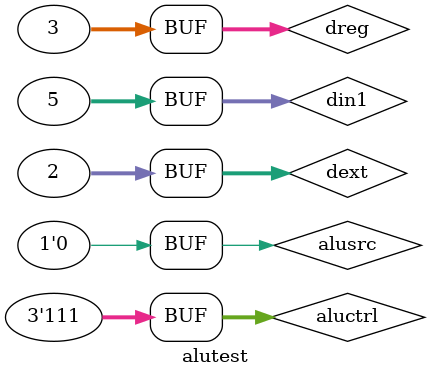
<source format=v>
`timescale 1ns/1ps

module alutest();
    reg             alusrc;
    reg     [31:0]  din1;
    reg     [31:0]  dreg;
    reg     [31:0]  dext;
    reg     [ 2:0]  aluctrl;
    wire            aluzero;
    wire    [31:0]  aluresult;

    alu U1
    (
        .alusrc(alusrc),
        .din1(din1),
        .dreg(dreg),
        .dext(dext),
        .aluctrl(aluctrl),
        .aluzero(aluzero),
        .aluresult(aluresult)
    );

    initial
    begin
        alusrc = 0;
        din1 = 5;
        dreg = 3;
        dext = 2;
        aluctrl = 3'h0;
        // 1

        #20
        alusrc = 1;
        din1 = 5;
        dreg = 3;
        dext = 2;
        aluctrl = 3'h0;
        // 0

        #20
        alusrc = 0;
        din1 = 5;
        dreg = 3;
        dext = 2;
        aluctrl = 3'h1;
        // 7

        #20
        alusrc = 0;
        din1 = 5;
        dreg = 3;
        dext = 2;
        aluctrl = 3'h2;
        // 8

        #20
        alusrc = 0;
        din1 = 5;
        dreg = 3;
        dext = 2;
        aluctrl = 3'h4;
        // 6

        #20
        alusrc = 0;
        din1 = 5;
        dreg = 3;
        dext = 2;
        aluctrl = 3'h6;
        // 2

        #20
        alusrc = 0;
        din1 = 5;
        dreg = 3;
        dext = 2;
        aluctrl = 3'h7;
        // 0
    end

endmodule
</source>
